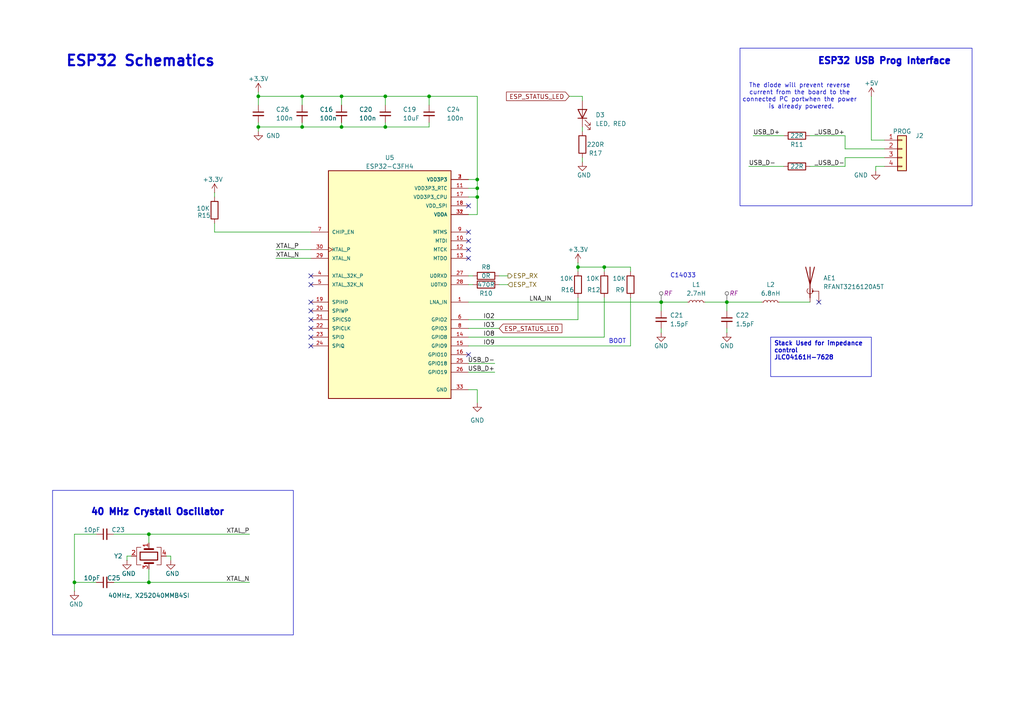
<source format=kicad_sch>
(kicad_sch (version 20231120) (generator "eeschema") (generator_version "8.0")
  (paper "A4")
  (lib_symbols
    (symbol "Connector_Generic:Conn_01x04" (pin_names (offset 1.016) hide)
      (property "Reference" "J" (at 0 5.08 0))
      (property "Value" "Conn_01x04" (at 0 -7.62 0))
      (symbol "Conn_01x04_1_1"
        (rectangle (start -1.27 -4.953) (end 0 -5.207) (stroke (width 0.1524)))
        (rectangle (start -1.27 -2.413) (end 0 -2.667) (stroke (width 0.1524)))
        (rectangle (start -1.27 0.127) (end 0 -0.127) (stroke (width 0.1524)))
        (rectangle (start -1.27 2.667) (end 0 2.413) (stroke (width 0.1524)))
        (rectangle (start -1.27 3.81) (end 1.27 -6.35) (stroke (width 0.254)) (fill (type background)))
        (pin passive line (at -5.08 2.54 0) (length 3.81) (name "Pin_1") (number "1"))
        (pin passive line (at -5.08 0 0) (length 3.81) (name "Pin_2") (number "2"))
        (pin passive line (at -5.08 -2.54 0) (length 3.81) (name "Pin_3") (number "3"))
        (pin passive line (at -5.08 -5.08 0) (length 3.81) (name "Pin_4") (number "4"))
      )
    )
    (symbol "Device:Antenna_Shield" (pin_numbers hide) (pin_names (offset 1.016) hide)
      (property "Reference" "AE" (at -1.905 4.445 0))
      (property "Value" "Antenna_Shield" (at -1.905 2.54 0))
      (symbol "Antenna_Shield_0_1"
        (arc (start -0.508 -1.143) (mid -0.8429 -2.1194) (end 0 -2.667))
        (arc (start 0 -2.667) (mid 0.7989 -2.1052) (end 0.508 -1.143))
        (polyline (pts (xy 0 -2.54) (xy 0 0)))
        (polyline (pts (xy 0 5.08) (xy 0 -3.81)) (stroke (width 0.254)))
        (polyline (pts (xy 0.762 -1.905) (xy 2.54 -1.905)))
        (polyline (pts (xy 2.54 -2.54) (xy 2.54 -1.905)))
        (polyline (pts (xy 1.27 5.08) (xy 0 0) (xy -1.27 5.08)) (stroke (width 0.254)))
        (circle (center 0.762 -1.905) (radius 0.1778) (fill (type outline)))
      )
      (symbol "Antenna_Shield_1_1"
        (pin input line (at 0 -5.08 90) (length 2.54) (name "A") (number "1"))
        (pin input line (at 2.54 -5.08 90) (length 2.54) (name "Shield") (number "2"))
      )
    )
    (symbol "Device:C_Small" (pin_numbers hide) (pin_names (offset 0.254) hide)
      (property "Reference" "C" (at 0.254 1.778 0))
      (property "Value" "C_Small" (at 0.254 -2.032 0))
      (symbol "C_Small_0_1"
        (polyline (pts (xy -1.524 -0.508) (xy 1.524 -0.508)) (stroke (width 0.3302)))
        (polyline (pts (xy -1.524 0.508) (xy 1.524 0.508)) (stroke (width 0.3048)))
      )
      (symbol "C_Small_1_1"
        (pin passive line (at 0 2.54 270) (length 2.032) (name "~") (number "1"))
        (pin passive line (at 0 -2.54 90) (length 2.032) (name "~") (number "2"))
      )
    )
    (symbol "Device:Crystal_GND24" (pin_names (offset 1.016) hide)
      (property "Reference" "Y" (at 3.175 5.08 0))
      (property "Value" "Crystal_GND24" (at 3.175 3.175 0))
      (symbol "Crystal_GND24_0_1"
        (rectangle (start -1.143 2.54) (end 1.143 -2.54) (stroke (width 0.3048)))
        (polyline (pts (xy -2.54 0) (xy -2.032 0)))
        (polyline (pts (xy -2.032 -1.27) (xy -2.032 1.27)) (stroke (width 0.508)))
        (polyline (pts (xy 0 -3.81) (xy 0 -3.556)))
        (polyline (pts (xy 0 3.556) (xy 0 3.81)))
        (polyline (pts (xy 2.032 -1.27) (xy 2.032 1.27)) (stroke (width 0.508)))
        (polyline (pts (xy 2.032 0) (xy 2.54 0)))
        (polyline (pts (xy -2.54 -2.286) (xy -2.54 -3.556) (xy 2.54 -3.556) (xy 2.54 -2.286)))
        (polyline (pts (xy -2.54 2.286) (xy -2.54 3.556) (xy 2.54 3.556) (xy 2.54 2.286)))
      )
      (symbol "Crystal_GND24_1_1"
        (pin passive line (at -3.81 0 0) (length 1.27) (name "1") (number "1"))
        (pin passive line (at 0 5.08 270) (length 1.27) (name "2") (number "2"))
        (pin passive line (at 3.81 0 180) (length 1.27) (name "3") (number "3"))
        (pin passive line (at 0 -5.08 90) (length 1.27) (name "4") (number "4"))
      )
    )
    (symbol "Device:LED" (pin_numbers hide) (pin_names (offset 1.016) hide)
      (property "Reference" "D" (at 0 2.54 0))
      (property "Value" "LED" (at 0 -2.54 0))
      (symbol "LED_0_1"
        (polyline (pts (xy -1.27 -1.27) (xy -1.27 1.27)) (stroke (width 0.254)))
        (polyline (pts (xy -1.27 0) (xy 1.27 0)))
        (polyline (pts (xy 1.27 -1.27) (xy 1.27 1.27) (xy -1.27 0) (xy 1.27 -1.27)) (stroke (width 0.254)))
        (polyline (pts (xy -3.048 -0.762) (xy -4.572 -2.286) (xy -3.81 -2.286) (xy -4.572 -2.286) (xy -4.572 -1.524)))
        (polyline (pts (xy -1.778 -0.762) (xy -3.302 -2.286) (xy -2.54 -2.286) (xy -3.302 -2.286) (xy -3.302 -1.524)))
      )
      (symbol "LED_1_1"
        (pin passive line (at -3.81 0 0) (length 2.54) (name "K") (number "1"))
        (pin passive line (at 3.81 0 180) (length 2.54) (name "A") (number "2"))
      )
    )
    (symbol "Device:L_Small" (pin_numbers hide) (pin_names (offset 0.254) hide)
      (property "Reference" "L" (at 0.762 1.016 0))
      (property "Value" "L_Small" (at 0.762 -1.016 0))
      (symbol "L_Small_0_1"
        (arc (start 0 -2.032) (mid 0.5058 -1.524) (end 0 -1.016))
        (arc (start 0 -1.016) (mid 0.5058 -0.508) (end 0 0))
        (arc (start 0 0) (mid 0.5058 0.508) (end 0 1.016))
        (arc (start 0 1.016) (mid 0.5058 1.524) (end 0 2.032))
      )
      (symbol "L_Small_1_1"
        (pin passive line (at 0 2.54 270) (length 0.508) (name "~") (number "1"))
        (pin passive line (at 0 -2.54 90) (length 0.508) (name "~") (number "2"))
      )
    )
    (symbol "Device:R" (pin_numbers hide) (pin_names (offset 0))
      (property "Reference" "R" (at 2.032 0 90))
      (property "Value" "R" (at 0 0 90))
      (symbol "R_0_1"
        (rectangle (start -1.016 -2.54) (end 1.016 2.54) (stroke (width 0.254)))
      )
      (symbol "R_1_1"
        (pin passive line (at 0 3.81 270) (length 1.27) (name "~") (number "1"))
        (pin passive line (at 0 -3.81 90) (length 1.27) (name "~") (number "2"))
      )
    )
    (symbol "External_Library:ESP32-C3FH4" (pin_names (offset 1.016))
      (property "Reference" "U" (at -17.78 33.782 0))
      (property "Value" "ESP32-C3FH4" (at -17.78 -33.782 0))
      (symbol "ESP32-C3FH4_0_0"
        (rectangle (start -17.78 -33.02) (end 17.78 33.02) (stroke (width 0.254)) (fill (type background)))
        (pin bidirectional line (at 22.86 -5.08 180) (length 5.08) (name "LNA_IN") (number "1"))
        (pin bidirectional line (at 22.86 12.7 180) (length 5.08) (name "MTDI") (number "10"))
        (pin power_in line (at 22.86 27.94 180) (length 5.08) (name "VDD3P3_RTC") (number "11"))
        (pin bidirectional line (at 22.86 10.16 180) (length 5.08) (name "MTCK") (number "12"))
        (pin bidirectional line (at 22.86 7.62 180) (length 5.08) (name "MTDO") (number "13"))
        (pin bidirectional line (at 22.86 -15.24 180) (length 5.08) (name "GPIO8") (number "14"))
        (pin bidirectional line (at 22.86 -17.78 180) (length 5.08) (name "GPIO9") (number "15"))
        (pin bidirectional line (at 22.86 -20.32 180) (length 5.08) (name "GPIO10") (number "16"))
        (pin power_in line (at 22.86 25.4 180) (length 5.08) (name "VDD3P3_CPU") (number "17"))
        (pin power_in line (at 22.86 22.86 180) (length 5.08) (name "VDD_SPI") (number "18"))
        (pin bidirectional line (at -22.86 -5.08 0) (length 5.08) (name "SPIHD") (number "19"))
        (pin power_in line (at 22.86 30.48 180) (length 5.08) (name "VDD3P3") (number "2"))
        (pin bidirectional line (at -22.86 -7.62 0) (length 5.08) (name "SPIWP") (number "20"))
        (pin bidirectional line (at -22.86 -10.16 0) (length 5.08) (name "SPICS0") (number "21"))
        (pin bidirectional line (at -22.86 -12.7 0) (length 5.08) (name "SPICLK") (number "22"))
        (pin bidirectional line (at -22.86 -15.24 0) (length 5.08) (name "SPID") (number "23"))
        (pin bidirectional line (at -22.86 -17.78 0) (length 5.08) (name "SPIQ") (number "24"))
        (pin bidirectional line (at 22.86 -22.86 180) (length 5.08) (name "GPIO18") (number "25"))
        (pin bidirectional line (at 22.86 -25.4 180) (length 5.08) (name "GPIO19") (number "26"))
        (pin bidirectional line (at 22.86 2.54 180) (length 5.08) (name "U0RXD") (number "27"))
        (pin bidirectional line (at 22.86 0 180) (length 5.08) (name "U0TXD") (number "28"))
        (pin output line (at -22.86 7.62 0) (length 5.08) (name "XTAL_N") (number "29"))
        (pin power_in line (at 22.86 30.48 180) (length 5.08) (name "VDD3P3") (number "3"))
        (pin input clock (at -22.86 10.16 0) (length 5.08) (name "XTAL_P") (number "30"))
        (pin power_in line (at 22.86 20.32 180) (length 5.08) (name "VDDA") (number "31"))
        (pin power_in line (at 22.86 20.32 180) (length 5.08) (name "VDDA") (number "32"))
        (pin power_in line (at 22.86 -30.48 180) (length 5.08) (name "GND") (number "33"))
        (pin bidirectional line (at -22.86 2.54 0) (length 5.08) (name "XTAL_32K_P") (number "4"))
        (pin bidirectional line (at -22.86 0 0) (length 5.08) (name "XTAL_32K_N") (number "5"))
        (pin bidirectional line (at 22.86 -10.16 180) (length 5.08) (name "GPIO2") (number "6"))
        (pin input line (at -22.86 15.24 0) (length 5.08) (name "CHIP_EN") (number "7"))
        (pin bidirectional line (at 22.86 -12.7 180) (length 5.08) (name "GPIO3") (number "8"))
        (pin bidirectional line (at 22.86 15.24 180) (length 5.08) (name "MTMS") (number "9"))
      )
    )
    (symbol "power:+3.3V" (power) (pin_numbers hide) (pin_names (offset 0) hide)
      (property "Value" "+3.3V" (at 0 3.556 0))
      (symbol "+3.3V_0_1"
        (polyline (pts (xy -0.762 1.27) (xy 0 2.54)))
        (polyline (pts (xy 0 0) (xy 0 2.54)))
        (polyline (pts (xy 0 2.54) (xy 0.762 1.27)))
      )
      (symbol "+3.3V_1_1"
        (pin power_in line (at 0 0 90) (length 0) (name "~") (number "1"))
      )
    )
    (symbol "power:+5V" (power) (pin_numbers hide) (pin_names (offset 0) hide)
      (property "Value" "+5V" (at 0 3.556 0))
      (symbol "+5V_0_1"
        (polyline (pts (xy -0.762 1.27) (xy 0 2.54)))
        (polyline (pts (xy 0 0) (xy 0 2.54)))
        (polyline (pts (xy 0 2.54) (xy 0.762 1.27)))
      )
      (symbol "+5V_1_1"
        (pin power_in line (at 0 0 90) (length 0) (name "~") (number "1"))
      )
    )
    (symbol "power:GND" (power) (pin_numbers hide) (pin_names (offset 0) hide)
      (property "Value" "GND" (at 0 -3.81 0))
      (symbol "GND_0_1"
        (polyline (pts (xy 0 0) (xy 0 -1.27) (xy 1.27 -1.27) (xy 0 -2.54) (xy -1.27 -1.27) (xy 0 -1.27)))
      )
      (symbol "GND_1_1"
        (pin power_in line (at 0 0 270) (length 0) (name "~") (number "1"))
      )
    )
  )
  (junction (at 175.26 77.47))
  (junction (at 99.06 27.94))
  (junction (at 138.43 57.15))
  (junction (at 111.76 27.94))
  (junction (at 111.76 36.83))
  (junction (at 87.63 36.83))
  (junction (at 138.43 52.07))
  (junction (at 124.46 27.94))
  (junction (at 99.06 36.83))
  (junction (at 138.43 54.61))
  (junction (at 43.18 168.91))
  (junction (at 167.64 77.47))
  (junction (at 191.77 87.63))
  (junction (at 74.93 27.94))
  (junction (at 87.63 27.94))
  (junction (at 210.82 87.63))
  (junction (at 43.18 154.94))
  (junction (at 21.59 168.91))
  (junction (at 74.93 36.83))
  (no_connect (at 90.17 100.33))
  (no_connect (at 135.89 102.87))
  (no_connect (at 90.17 80.01))
  (no_connect (at 90.17 87.63))
  (no_connect (at 135.89 72.39))
  (no_connect (at 237.49 87.63))
  (no_connect (at 135.89 69.85))
  (no_connect (at 90.17 90.17))
  (no_connect (at 135.89 74.93))
  (no_connect (at 90.17 97.79))
  (no_connect (at 90.17 82.55))
  (no_connect (at 90.17 95.25))
  (no_connect (at 135.89 59.69))
  (no_connect (at 90.17 92.71))
  (no_connect (at 135.89 67.31))
  (wire (pts (xy 99.06 35.56) (xy 99.06 36.83)))
  (wire (pts (xy 135.89 80.01) (xy 137.16 80.01)))
  (wire (pts (xy 245.11 48.26) (xy 245.11 45.72)))
  (wire (pts (xy 135.89 97.79) (xy 175.26 97.79)))
  (wire (pts (xy 256.54 45.72) (xy 245.11 45.72)))
  (wire (pts (xy 33.02 168.91) (xy 43.18 168.91)))
  (wire (pts (xy 74.93 26.67) (xy 74.93 27.94)))
  (wire (pts (xy 99.06 27.94) (xy 87.63 27.94)))
  (wire (pts (xy 204.47 87.63) (xy 210.82 87.63)))
  (wire (pts (xy 62.23 67.31) (xy 90.17 67.31)))
  (wire (pts (xy 168.91 46.99) (xy 168.91 45.72)))
  (wire (pts (xy 36.83 161.29) (xy 38.1 161.29)))
  (wire (pts (xy 74.93 35.56) (xy 74.93 36.83)))
  (wire (pts (xy 254 49.53) (xy 254 48.26)))
  (wire (pts (xy 168.91 36.83) (xy 168.91 38.1)))
  (wire (pts (xy 87.63 36.83) (xy 99.06 36.83)))
  (wire (pts (xy 234.95 48.26) (xy 245.11 48.26)))
  (wire (pts (xy 135.89 87.63) (xy 191.77 87.63)))
  (wire (pts (xy 226.06 87.63) (xy 234.95 87.63)))
  (wire (pts (xy 21.59 168.91) (xy 27.94 168.91)))
  (wire (pts (xy 234.95 39.37) (xy 245.11 39.37)))
  (wire (pts (xy 138.43 116.84) (xy 138.43 113.03)))
  (wire (pts (xy 124.46 27.94) (xy 138.43 27.94)))
  (wire (pts (xy 99.06 30.48) (xy 99.06 27.94)))
  (wire (pts (xy 62.23 57.15) (xy 62.23 55.88)))
  (wire (pts (xy 111.76 27.94) (xy 124.46 27.94)))
  (wire (pts (xy 99.06 36.83) (xy 111.76 36.83)))
  (wire (pts (xy 252.73 27.94) (xy 252.73 40.64)))
  (wire (pts (xy 191.77 87.63) (xy 199.39 87.63)))
  (wire (pts (xy 124.46 30.48) (xy 124.46 27.94)))
  (wire (pts (xy 87.63 27.94) (xy 87.63 30.48)))
  (wire (pts (xy 43.18 154.94) (xy 72.39 154.94)))
  (wire (pts (xy 49.53 162.56) (xy 49.53 161.29)))
  (wire (pts (xy 21.59 168.91) (xy 21.59 171.45)))
  (wire (pts (xy 135.89 100.33) (xy 182.88 100.33)))
  (wire (pts (xy 80.01 74.93) (xy 90.17 74.93)))
  (wire (pts (xy 74.93 36.83) (xy 87.63 36.83)))
  (wire (pts (xy 167.64 77.47) (xy 175.26 77.47)))
  (wire (pts (xy 210.82 87.63) (xy 220.98 87.63)))
  (wire (pts (xy 182.88 77.47) (xy 182.88 78.74)))
  (wire (pts (xy 135.89 105.41) (xy 143.51 105.41)))
  (wire (pts (xy 111.76 36.83) (xy 124.46 36.83)))
  (wire (pts (xy 144.78 82.55) (xy 147.32 82.55)))
  (wire (pts (xy 252.73 40.64) (xy 256.54 40.64)))
  (wire (pts (xy 175.26 86.36) (xy 175.26 97.79)))
  (wire (pts (xy 74.93 36.83) (xy 74.93 38.1)))
  (wire (pts (xy 74.93 30.48) (xy 74.93 27.94)))
  (wire (pts (xy 144.78 80.01) (xy 147.32 80.01)))
  (wire (pts (xy 43.18 165.1) (xy 43.18 168.91)))
  (wire (pts (xy 167.64 86.36) (xy 167.64 92.71)))
  (wire (pts (xy 191.77 90.17) (xy 191.77 87.63)))
  (wire (pts (xy 217.17 48.26) (xy 227.33 48.26)))
  (wire (pts (xy 135.89 95.25) (xy 144.78 95.25)))
  (wire (pts (xy 210.82 95.25) (xy 210.82 96.52)))
  (wire (pts (xy 165.1 27.94) (xy 168.91 27.94)))
  (wire (pts (xy 111.76 35.56) (xy 111.76 36.83)))
  (wire (pts (xy 74.93 27.94) (xy 87.63 27.94)))
  (wire (pts (xy 43.18 154.94) (xy 43.18 157.48)))
  (wire (pts (xy 124.46 35.56) (xy 124.46 36.83)))
  (wire (pts (xy 21.59 154.94) (xy 21.59 168.91)))
  (wire (pts (xy 135.89 107.95) (xy 143.51 107.95)))
  (wire (pts (xy 36.83 162.56) (xy 36.83 161.29)))
  (wire (pts (xy 80.01 72.39) (xy 90.17 72.39)))
  (wire (pts (xy 138.43 57.15) (xy 138.43 54.61)))
  (wire (pts (xy 49.53 161.29) (xy 48.26 161.29)))
  (wire (pts (xy 175.26 77.47) (xy 175.26 78.74)))
  (wire (pts (xy 167.64 77.47) (xy 167.64 78.74)))
  (wire (pts (xy 43.18 168.91) (xy 72.39 168.91)))
  (wire (pts (xy 138.43 57.15) (xy 138.43 62.23)))
  (wire (pts (xy 191.77 95.25) (xy 191.77 96.52)))
  (wire (pts (xy 138.43 113.03) (xy 135.89 113.03)))
  (wire (pts (xy 135.89 54.61) (xy 138.43 54.61)))
  (wire (pts (xy 168.91 27.94) (xy 168.91 29.21)))
  (wire (pts (xy 167.64 76.2) (xy 167.64 77.47)))
  (wire (pts (xy 254 48.26) (xy 256.54 48.26)))
  (wire (pts (xy 175.26 77.47) (xy 182.88 77.47)))
  (wire (pts (xy 135.89 57.15) (xy 138.43 57.15)))
  (wire (pts (xy 87.63 35.56) (xy 87.63 36.83)))
  (wire (pts (xy 135.89 52.07) (xy 138.43 52.07)))
  (wire (pts (xy 135.89 62.23) (xy 138.43 62.23)))
  (wire (pts (xy 135.89 82.55) (xy 137.16 82.55)))
  (wire (pts (xy 27.94 154.94) (xy 21.59 154.94)))
  (wire (pts (xy 245.11 39.37) (xy 245.11 43.18)))
  (wire (pts (xy 62.23 64.77) (xy 62.23 67.31)))
  (wire (pts (xy 33.02 154.94) (xy 43.18 154.94)))
  (wire (pts (xy 135.89 92.71) (xy 167.64 92.71)))
  (wire (pts (xy 245.11 43.18) (xy 256.54 43.18)))
  (wire (pts (xy 218.44 39.37) (xy 227.33 39.37)))
  (wire (pts (xy 111.76 30.48) (xy 111.76 27.94)))
  (wire (pts (xy 138.43 54.61) (xy 138.43 52.07)))
  (wire (pts (xy 99.06 27.94) (xy 111.76 27.94)))
  (wire (pts (xy 138.43 27.94) (xy 138.43 52.07)))
  (wire (pts (xy 210.82 90.17) (xy 210.82 87.63)))
  (wire (pts (xy 182.88 86.36) (xy 182.88 100.33)))
  (rectangle (start 214.63 13.97) (end 281.94 59.69))
  (rectangle (start 15.24 142.24) (end 85.09 184.15))
  (text_box "Stack Used for impedance control \nJLC04161H-7628" (at 223.52 97.79 0) (size 29.21 11.43) (effects (font (size 1.27 1.27) (thickness 0.254) (bold yes)) (justify left top)))
  (text "40 MHz Crystall Oscillator" (at 45.72 148.59 0) (effects (font (size 1.905 1.905) (thickness 0.6096) (bold yes))))
  (text "The diode will prevent reverse \ncurrent from the board to the \nconnected PC portwhen the power \nis already powered." (at 232.41 27.94 0) (effects (font (size 1.27 1.27))))
  (text "ESP32 Schematics " (at 41.91 17.78 0) (effects (font (size 3.048 3.048) (thickness 0.6096) (bold yes))))
  (text "C14033" (at 198.12 80.01 0) (effects (font (size 1.27 1.27))))
  (text "ESP32 USB Prog Interface" (at 256.54 17.78 0) (effects (font (size 1.905 1.905) (thickness 0.6096) (bold yes))))
  (text "BOOT" (at 179.07 99.06 0) (effects (font (size 1.27 1.27))))
  (label "XTAL_N" (at 72.39 168.91 180))
  (label "XTAL_P" (at 72.39 154.94 180))
  (label "IO3" (at 143.51 95.25 180))
  (label "_USB_D-" (at 236.22 48.26 0))
  (label "XTAL_P" (at 80.01 72.39 0))
  (label "IO8" (at 143.51 97.79 180))
  (label "LNA_IN" (at 160.02 87.63 180))
  (label "XTAL_N" (at 80.01 74.93 0))
  (label "USB_D+" (at 218.44 39.37 0))
  (label "IO9" (at 143.51 100.33 180))
  (label "_USB_D+" (at 236.22 39.37 0))
  (label "USB_D-" (at 143.51 105.41 180))
  (label "USB_D+" (at 143.51 107.95 180))
  (label "IO2" (at 143.51 92.71 180))
  (label "USB_D-" (at 217.17 48.26 0))
  (global_label "ESP_STATUS_LED" (shape input) (at 144.78 95.25 0) (property "Intersheetrefs" "${INTERSHEET_REFS}" (effects (hide yes))))
  (global_label "ESP_STATUS_LED" (shape input) (at 165.1 27.94 180) (property "Intersheetrefs" "${INTERSHEET_REFS}" (effects (hide yes))))
  (hierarchical_label "ESP_RX" (shape output) (at 147.32 80.01 0))
  (hierarchical_label "ESP_TX" (shape input) (at 147.32 82.55 0))
  (netclass_flag "" (length 2.54) (shape round) (at 210.82 87.63 0) (property "Netclass" "RF" (at 211.5185 85.09 0) (effects (font (italic yes)) (justify left))))
  (netclass_flag "" (length 2.54) (shape round) (at 191.77 87.63 0) (property "Netclass" "RF" (at 192.4685 85.09 0) (effects (font (italic yes)) (justify left))))
  (symbol (lib_id "Connector_Generic:Conn_01x04") (at 261.62 43.18 0) (unit 1) (in_bom no)
    (property "Reference" "J2" (at 266.7 39.37 0))
    (property "Value" "PROG" (at 261.62 38.1 0))
    (property "Footprint" "External_Library:USB_PROG_PAD" (effects (hide yes)))
    (property "Description" "Generic connector, single row, 01x04, script generated (kicad-library-utils/schlib/autogen/connector/)" (effects (hide yes)))
  )
  (symbol (lib_id "Device:L_Small") (at 201.93 87.63 90) (unit 1)
    (property "Reference" "L1" (at 201.93 82.55 90))
    (property "Value" "2.7nH" (at 201.93 85.09 90))
    (property "Footprint" "Inductor_SMD:L_0402_1005Metric" (effects (hide yes)))
    (property "Datasheet" "https://www.lcsc.com/product-detail/Power-Inductors_Murata-Electronics-LQW15AN2N7C00D_C98058.html" (effects (hide yes)))
    (property "Description" "Inductor, small symbol" (effects (hide yes)))
    (property "LCSC Part" " C98058" (effects (hide yes)))
  )
  (symbol (lib_id "Device:R") (at 182.88 82.55 0) (unit 1)
    (property "Reference" "R9" (at 179.832 84.074 0))
    (property "Value" "10K" (at 179.578 80.772 0))
    (property "Footprint" "Resistor_SMD:R_0402_1005Metric" (effects (hide yes)))
    (property "Datasheet" "https://www.lcsc.com/product-detail/Chip-Resistor-Surface-Mount_UNI-ROYAL-Uniroyal-Elec-0402WGF1002TCE_C25744.html" (effects (hide yes)))
    (property "Description" "Resistor" (effects (hide yes)))
    (property "LCSC Part" "C25744" (effects (hide yes)))
  )
  (symbol (lib_id "power:GND") (at 168.91 46.99 0) (unit 1)
    (property "Reference" "#PWR047" (effects (hide yes)))
    (property "Value" "GND" (at 171.45 50.8 0) (effects (justify right)))
    (property "Description" "Power symbol creates a global label with name \"GND\" , ground" (effects (hide yes)))
  )
  (symbol (lib_id "Device:R") (at 140.97 80.01 270) (unit 1)
    (property "Reference" "R8" (at 140.97 77.47 90))
    (property "Value" "0R" (at 140.97 80.01 90))
    (property "Footprint" "Resistor_SMD:R_0402_1005Metric" (effects (hide yes)))
    (property "Datasheet" "https://jlcpcb.com/partdetail/17853-0402WGF0000TCE/C17168" (effects (hide yes)))
    (property "Description" "Resistor" (effects (hide yes)))
    (property "LCSC Part" "C17168 " (effects (hide yes)))
  )
  (symbol (lib_id "Device:C_Small") (at 124.46 33.02 0) (unit 1)
    (property "Reference" "C24" (at 129.54 31.7562 0) (effects (justify left)))
    (property "Value" "100n" (at 129.54 34.2962 0) (effects (justify left)))
    (property "Footprint" "Capacitor_SMD:C_0402_1005Metric" (effects (hide yes)))
    (property "Datasheet" "https://www.lcsc.com/product-detail/Multilayer-Ceramic-Capacitors-MLCC-SMD-SMT_Samsung-Electro-Mechanics-CL05B104KO5NNNC_C1525.html" (effects (hide yes)))
    (property "Description" "Unpolarized capacitor, small symbol" (effects (hide yes)))
    (property "LCSC Part" "C1525" (effects (hide yes)))
  )
  (symbol (lib_id "power:GND") (at 254 49.53 0) (mirror y) (unit 1)
    (property "Reference" "#PWR013" (effects (hide yes)))
    (property "Value" "GND" (at 247.65 50.8 0) (effects (justify right)))
    (property "Description" "Power symbol creates a global label with name \"GND\" , ground" (effects (hide yes)))
  )
  (symbol (lib_id "Device:Antenna_Shield") (at 234.95 82.55 0) (unit 1)
    (property "Reference" "AE1" (at 238.76 80.6449 0) (effects (justify left)))
    (property "Value" "RFANT3216120A5T" (at 238.76 83.1849 0) (effects (justify left)))
    (property "Footprint" "External_Library:FILTER-SMD_1206-2P-L3.2-W1.6-L" (effects (hide yes)))
    (property "Datasheet" "https://lcsc.com/product-detail/RF-Filters_RFANT3216120A5T_C127629.html" (effects (hide yes)))
    (property "Description" "Antenna with extra pin for shielding" (effects (hide yes)))
    (property "LCSC Part" "C127629" (effects (hide yes)))
  )
  (symbol (lib_id "Device:C_Small") (at 210.82 92.71 0) (unit 1)
    (property "Reference" "C22" (at 213.36 91.4462 0) (effects (justify left)))
    (property "Value" "1.5pF" (at 213.36 93.9862 0) (effects (justify left)))
    (property "Footprint" "Capacitor_SMD:C_0402_1005Metric" (effects (hide yes)))
    (property "Datasheet" "https://jlcpcb.com/partdetail/1904-0402CG1R5C500NT/C1552" (effects (hide yes)))
    (property "Description" "Unpolarized capacitor, small symbol" (effects (hide yes)))
    (property "LCSC Part" "C1552" (effects (hide yes)))
  )
  (symbol (lib_id "Device:R") (at 140.97 82.55 270) (unit 1)
    (property "Reference" "R10" (at 140.97 85.09 90))
    (property "Value" "470R" (at 140.97 82.55 90))
    (property "Footprint" "Resistor_SMD:R_0402_1005Metric" (effects (hide yes)))
    (property "Datasheet" "https://jlcpcb.com/partdetail/25860-0402WGF4700TCE/C25117" (effects (hide yes)))
    (property "Description" "Resistor" (effects (hide yes)))
    (property "LCSC Part" "C25117 " (effects (hide yes)))
  )
  (symbol (lib_id "power:+3.3V") (at 74.93 26.67 0) (unit 1)
    (property "Reference" "#PWR042" (effects (hide yes)))
    (property "Value" "+3.3V" (at 74.93 22.86 0))
    (property "Description" "Power symbol creates a global label with name \"+3.3V\"" (effects (hide yes)))
  )
  (symbol (lib_id "Device:C_Small") (at 30.48 168.91 90) (unit 1)
    (property "Reference" "C25" (at 33.02 167.64 90))
    (property "Value" "10pF" (at 26.67 167.64 90))
    (property "Footprint" "Capacitor_SMD:C_0402_1005Metric" (effects (hide yes)))
    (property "Datasheet" "https://www.lcsc.com/product-detail/Multilayer-Ceramic-Capacitors-MLCC-SMD-SMT_CCTC-TCC0402COG100J500AT_C696913.html" (effects (hide yes)))
    (property "Description" "Unpolarized capacitor, small symbol" (effects (hide yes)))
    (property "LCSC Part" "C32949 " (effects (hide yes)))
  )
  (symbol (lib_id "Device:R") (at 231.14 48.26 270) (mirror x) (unit 1)
    (property "Reference" "R13" (effects (hide yes)))
    (property "Value" "22R" (at 231.14 48.26 90))
    (property "Footprint" "Resistor_SMD:R_0402_1005Metric" (effects (hide yes)))
    (property "Datasheet" "https://www.lcsc.com/product-detail/Chip-Resistor-Surface-Mount_UNI-ROYAL-Uniroyal-Elec-0402WGF220JTCE_C25092.html" (effects (hide yes)))
    (property "Description" "Resistor" (effects (hide yes)))
    (property "LCSC Part" "C25092" (effects (hide yes)))
  )
  (symbol (lib_id "Device:C_Small") (at 30.48 154.94 90) (unit 1)
    (property "Reference" "C23" (at 34.29 153.67 90))
    (property "Value" "10pF" (at 26.67 153.67 90))
    (property "Footprint" "Capacitor_SMD:C_0402_1005Metric" (effects (hide yes)))
    (property "Datasheet" "https://www.lcsc.com/product-detail/Multilayer-Ceramic-Capacitors-MLCC-SMD-SMT_CCTC-TCC0402COG100J500AT_C696913.html" (effects (hide yes)))
    (property "Description" "Unpolarized capacitor, small symbol" (effects (hide yes)))
    (property "LCSC Part" "C32949 " (effects (hide yes)))
  )
  (symbol (lib_id "power:+5V") (at 252.73 27.94 0) (mirror y) (unit 1)
    (property "Reference" "#PWR012" (effects (hide yes)))
    (property "Value" "+5V" (at 252.73 24.13 0))
    (property "Description" "Power symbol creates a global label with name \"+5V\"" (effects (hide yes)))
  )
  (symbol (lib_id "power:GND") (at 210.82 96.52 0) (unit 1)
    (property "Reference" "#PWR049" (effects (hide yes)))
    (property "Value" "GND" (at 210.82 100.33 0))
    (property "Description" "Power symbol creates a global label with name \"GND\" , ground" (effects (hide yes)))
  )
  (symbol (lib_id "Device:L_Small") (at 223.52 87.63 90) (unit 1)
    (property "Reference" "L2" (at 223.52 82.55 90))
    (property "Value" "6.8nH" (at 223.52 85.09 90))
    (property "Footprint" "Inductor_SMD:L_0402_1005Metric" (effects (hide yes)))
    (property "Datasheet" "https://www.lcsc.com/product-detail/Inductors-SMD_Murata-Electronics-LQG15HS6N8J02D_C77110.html" (effects (hide yes)))
    (property "Description" "Inductor, small symbol" (effects (hide yes)))
    (property "LCSC Part" "C77110" (effects (hide yes)))
  )
  (symbol (lib_id "power:GND") (at 49.53 162.56 0) (unit 1)
    (property "Reference" "#PWR053" (effects (hide yes)))
    (property "Value" "GND" (at 52.07 166.37 0) (effects (justify right)))
    (property "Description" "Power symbol creates a global label with name \"GND\" , ground" (effects (hide yes)))
  )
  (symbol (lib_id "Device:R") (at 168.91 41.91 180) (unit 1)
    (property "Reference" "R17" (at 172.72 44.45 0))
    (property "Value" "220R" (at 172.72 41.91 0))
    (property "Footprint" "Resistor_SMD:R_0402_1005Metric" (effects (hide yes)))
    (property "Datasheet" "https://www.lcsc.com/product-detail/Chip-Resistor-Surface-Mount_UNI-ROYAL-Uniroyal-Elec-0402WGF2200TCE_C25091.html" (effects (hide yes)))
    (property "Description" "Resistor" (effects (hide yes)))
    (property "LCSC Part" "C25091" (effects (hide yes)))
  )
  (symbol (lib_id "power:GND") (at 36.83 162.56 0) (unit 1)
    (property "Reference" "#PWR038" (effects (hide yes)))
    (property "Value" "GND" (at 39.37 166.37 0) (effects (justify right)))
    (property "Description" "Power symbol creates a global label with name \"GND\" , ground" (effects (hide yes)))
  )
  (symbol (lib_id "Device:R") (at 62.23 60.96 0) (unit 1)
    (property "Reference" "R15" (at 59.182 62.484 0))
    (property "Value" "10K" (at 58.928 60.452 0))
    (property "Footprint" "Resistor_SMD:R_0402_1005Metric" (effects (hide yes)))
    (property "Datasheet" "https://www.lcsc.com/product-detail/Chip-Resistor-Surface-Mount_UNI-ROYAL-Uniroyal-Elec-0402WGF1002TCE_C25744.html" (effects (hide yes)))
    (property "Description" "Resistor" (effects (hide yes)))
    (property "LCSC Part" "C25744" (effects (hide yes)))
  )
  (symbol (lib_id "Device:Crystal_GND24") (at 43.18 161.29 90) (mirror x) (unit 1)
    (property "Reference" "Y2" (at 34.29 161.29 90))
    (property "Value" "40MHz, X252040MMB4SI" (at 43.18 172.72 90))
    (property "Footprint" "Crystal:Crystal_SMD_2520-4Pin_2.5x2.0mm" (effects (hide yes)))
    (property "Datasheet" "https://www.lcsc.com/product-detail/Crystals_YXC-Crystal-Oscillators-X252040MMB4SI_C2885592.html" (effects (hide yes)))
    (property "Description" "Four pin crystal, GND on pins 2 and 4" (effects (hide yes)))
    (property "LCSC Part" "C2885592" (effects (hide yes)))
  )
  (symbol (lib_id "Device:C_Small") (at 74.93 33.02 0) (unit 1)
    (property "Reference" "C26" (at 80.01 31.7562 0) (effects (justify left)))
    (property "Value" "100n" (at 80.01 34.2962 0) (effects (justify left)))
    (property "Footprint" "Capacitor_SMD:C_0402_1005Metric" (effects (hide yes)))
    (property "Datasheet" "https://www.lcsc.com/product-detail/Multilayer-Ceramic-Capacitors-MLCC-SMD-SMT_Samsung-Electro-Mechanics-CL05B104KO5NNNC_C1525.html" (effects (hide yes)))
    (property "Description" "Unpolarized capacitor, small symbol" (effects (hide yes)))
    (property "LCSC Part" "C1525" (effects (hide yes)))
  )
  (symbol (lib_id "Device:R") (at 167.64 82.55 0) (unit 1)
    (property "Reference" "R16" (at 164.592 84.074 0))
    (property "Value" "10K" (at 164.338 80.772 0))
    (property "Footprint" "Resistor_SMD:R_0402_1005Metric" (effects (hide yes)))
    (property "Datasheet" "https://www.lcsc.com/product-detail/Chip-Resistor-Surface-Mount_UNI-ROYAL-Uniroyal-Elec-0402WGF1002TCE_C25744.html" (effects (hide yes)))
    (property "Description" "Resistor" (effects (hide yes)))
    (property "LCSC Part" "C25744" (effects (hide yes)))
  )
  (symbol (lib_id "power:GND") (at 191.77 96.52 0) (unit 1)
    (property "Reference" "#PWR048" (effects (hide yes)))
    (property "Value" "GND" (at 191.77 100.33 0))
    (property "Description" "Power symbol creates a global label with name \"GND\" , ground" (effects (hide yes)))
  )
  (symbol (lib_id "Device:C_Small") (at 99.06 33.02 0) (unit 1)
    (property "Reference" "C20" (at 104.14 31.7562 0) (effects (justify left)))
    (property "Value" "100n" (at 104.14 34.2962 0) (effects (justify left)))
    (property "Footprint" "Capacitor_SMD:C_0402_1005Metric" (effects (hide yes)))
    (property "Datasheet" "https://www.lcsc.com/product-detail/Multilayer-Ceramic-Capacitors-MLCC-SMD-SMT_Samsung-Electro-Mechanics-CL05B104KO5NNNC_C1525.html" (effects (hide yes)))
    (property "Description" "Unpolarized capacitor, small symbol" (effects (hide yes)))
    (property "LCSC Part" "C1525" (effects (hide yes)))
  )
  (symbol (lib_id "Device:R") (at 231.14 39.37 270) (mirror x) (unit 1)
    (property "Reference" "R11" (at 231.14 41.91 90))
    (property "Value" "22R" (at 231.14 39.37 90))
    (property "Footprint" "Resistor_SMD:R_0402_1005Metric" (effects (hide yes)))
    (property "Datasheet" "https://www.lcsc.com/product-detail/Chip-Resistor-Surface-Mount_UNI-ROYAL-Uniroyal-Elec-0402WGF220JTCE_C25092.html" (effects (hide yes)))
    (property "Description" "Resistor" (effects (hide yes)))
    (property "LCSC Part" "C25092" (effects (hide yes)))
  )
  (symbol (lib_id "power:GND") (at 74.93 38.1 0) (unit 1)
    (property "Reference" "#PWR043" (effects (hide yes)))
    (property "Value" "GND" (at 81.28 39.37 0) (effects (justify right)))
    (property "Description" "Power symbol creates a global label with name \"GND\" , ground" (effects (hide yes)))
  )
  (symbol (lib_id "power:GND") (at 138.43 116.84 0) (unit 1)
    (property "Reference" "#PWR044" (effects (hide yes)))
    (property "Value" "GND" (at 138.43 121.92 0))
    (property "Description" "Power symbol creates a global label with name \"GND\" , ground" (effects (hide yes)))
  )
  (symbol (lib_id "power:+3.3V") (at 167.64 76.2 0) (unit 1)
    (property "Reference" "#PWR045" (effects (hide yes)))
    (property "Value" "+3.3V" (at 167.64 72.39 0))
    (property "Description" "Power symbol creates a global label with name \"+3.3V\"" (effects (hide yes)))
  )
  (symbol (lib_id "power:GND") (at 21.59 171.45 0) (unit 1)
    (property "Reference" "#PWR054" (effects (hide yes)))
    (property "Value" "GND" (at 24.13 175.26 0) (effects (justify right)))
    (property "Description" "Power symbol creates a global label with name \"GND\" , ground" (effects (hide yes)))
  )
  (symbol (lib_id "Device:R") (at 175.26 82.55 0) (unit 1)
    (property "Reference" "R12" (at 172.212 84.074 0))
    (property "Value" "10K" (at 171.958 80.772 0))
    (property "Footprint" "Resistor_SMD:R_0402_1005Metric" (effects (hide yes)))
    (property "Datasheet" "https://www.lcsc.com/product-detail/Chip-Resistor-Surface-Mount_UNI-ROYAL-Uniroyal-Elec-0402WGF1002TCE_C25744.html" (effects (hide yes)))
    (property "Description" "Resistor" (effects (hide yes)))
    (property "LCSC Part" "C25744" (effects (hide yes)))
  )
  (symbol (lib_id "power:+3.3V") (at 62.23 55.88 0) (unit 1)
    (property "Reference" "#PWR039" (effects (hide yes)))
    (property "Value" "+3.3V" (at 61.722 52.07 0))
    (property "Description" "Power symbol creates a global label with name \"+3.3V\"" (effects (hide yes)))
  )
  (symbol (lib_id "Device:LED") (at 168.91 33.02 90) (unit 1)
    (property "Reference" "D3" (at 172.72 33.3374 90) (effects (justify right)))
    (property "Value" "LED, RED" (at 172.72 35.8774 90) (effects (justify right)))
    (property "Footprint" "LED_SMD:LED_0603_1608Metric" (effects (hide yes)))
    (property "Datasheet" "https://jlcpcb.com/partdetail/Hubei_KentoElec-KT0603R/C2286" (effects (hide yes)))
    (property "Description" "Light emitting diode" (effects (hide yes)))
    (property "LCSC Part" "C2286" (effects (hide yes)))
  )
  (symbol (lib_id "Device:C_Small") (at 111.76 33.02 0) (unit 1)
    (property "Reference" "C19" (at 116.84 31.7562 0) (effects (justify left)))
    (property "Value" "10uF" (at 116.84 34.2962 0) (effects (justify left)))
    (property "Footprint" "Capacitor_SMD:C_0603_1608Metric" (effects (hide yes)))
    (property "Datasheet" "https://jlcpcb.com/partdetail/20411-CL10A106KP8NNNC/C19702" (effects (hide yes)))
    (property "Description" "Unpolarized capacitor, small symbol" (effects (hide yes)))
    (property "LCSC Part" "C19702" (effects (hide yes)))
  )
  (symbol (lib_id "Device:C_Small") (at 191.77 92.71 0) (unit 1)
    (property "Reference" "C21" (at 194.31 91.4462 0) (effects (justify left)))
    (property "Value" "1.5pF" (at 194.31 93.9862 0) (effects (justify left)))
    (property "Footprint" "Capacitor_SMD:C_0402_1005Metric" (effects (hide yes)))
    (property "Datasheet" "https://jlcpcb.com/partdetail/1904-0402CG1R5C500NT/C1552" (effects (hide yes)))
    (property "Description" "Unpolarized capacitor, small symbol" (effects (hide yes)))
    (property "LCSC Part" "C1552" (effects (hide yes)))
  )
  (symbol (lib_id "External_Library:ESP32-C3FH4") (at 113.03 82.55 0) (unit 1)
    (property "Reference" "U5" (at 113.03 45.72 0))
    (property "Value" "ESP32-C3FH4" (at 113.03 48.26 0))
    (property "Footprint" "External_Library:ESP32-C3FH4" (effects (hide yes)))
    (property "Datasheet" "https://www.lcsc.com/product-detail/Microcontrollers-MCU-MPU-SOC_Espressif-Systems-ESP32-C3FH4_C2858491.html" (effects (hide yes)))
    (property "Description" "Bluetooth, WiFi 802.11b/g/n, Bluetooth v5.0 Transceiver Module 2.402GHz ~ 2.48GHz Antenna Not Included Surface Mount" (effects (hide yes)))
    (property "MPN" "ESP32-C3FH4" (effects (hide yes)))
    (property "LCSC Part" "C2858491" (effects (hide yes)))
  )
  (symbol (lib_id "Device:C_Small") (at 87.63 33.02 0) (unit 1)
    (property "Reference" "C16" (at 92.71 31.7562 0) (effects (justify left)))
    (property "Value" "100n" (at 92.71 34.2962 0) (effects (justify left)))
    (property "Footprint" "Capacitor_SMD:C_0402_1005Metric" (effects (hide yes)))
    (property "Datasheet" "https://www.lcsc.com/product-detail/Multilayer-Ceramic-Capacitors-MLCC-SMD-SMT_Samsung-Electro-Mechanics-CL05B104KO5NNNC_C1525.html" (effects (hide yes)))
    (property "Description" "Unpolarized capacitor, small symbol" (effects (hide yes)))
    (property "LCSC Part" "C1525" (effects (hide yes)))
  )
)
</source>
